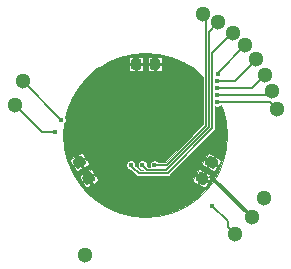
<source format=gbr>
G04 #@! TF.GenerationSoftware,KiCad,Pcbnew,5.0.2-bee76a0~70~ubuntu18.04.1*
G04 #@! TF.CreationDate,2019-07-03T17:26:22+02:00*
G04 #@! TF.ProjectId,lower_Sensor,6c6f7765-725f-4536-956e-736f722e6b69,rev?*
G04 #@! TF.SameCoordinates,Original*
G04 #@! TF.FileFunction,Copper,L1,Top*
G04 #@! TF.FilePolarity,Positive*
%FSLAX46Y46*%
G04 Gerber Fmt 4.6, Leading zero omitted, Abs format (unit mm)*
G04 Created by KiCad (PCBNEW 5.0.2-bee76a0~70~ubuntu18.04.1) date Mi 03 Jul 2019 17:26:22 CEST*
%MOMM*%
%LPD*%
G01*
G04 APERTURE LIST*
G04 #@! TA.AperFunction,Conductor*
%ADD10C,0.100000*%
G04 #@! TD*
G04 #@! TA.AperFunction,SMDPad,CuDef*
%ADD11C,0.875000*%
G04 #@! TD*
G04 #@! TA.AperFunction,ComponentPad*
%ADD12C,1.300000*%
G04 #@! TD*
G04 #@! TA.AperFunction,ViaPad*
%ADD13C,0.450000*%
G04 #@! TD*
G04 #@! TA.AperFunction,Conductor*
%ADD14C,0.130000*%
G04 #@! TD*
G04 #@! TA.AperFunction,Conductor*
%ADD15C,0.200000*%
G04 #@! TD*
G04 #@! TA.AperFunction,Conductor*
%ADD16C,0.300000*%
G04 #@! TD*
G04 APERTURE END LIST*
D10*
G04 #@! TO.N,GNDD*
G04 #@! TO.C,REF\002A\002A*
G36*
X104536949Y-81782155D02*
X104558275Y-81784609D01*
X104579259Y-81789141D01*
X104599697Y-81795708D01*
X104619393Y-81804246D01*
X104638157Y-81814674D01*
X104655809Y-81826891D01*
X104672178Y-81840779D01*
X104687107Y-81856205D01*
X104700452Y-81873020D01*
X104712085Y-81891062D01*
X104930835Y-82269948D01*
X104940643Y-82289043D01*
X104948533Y-82309008D01*
X104954428Y-82329650D01*
X104958271Y-82350770D01*
X104960025Y-82372166D01*
X104959674Y-82393630D01*
X104957220Y-82414956D01*
X104952688Y-82435940D01*
X104946121Y-82456378D01*
X104937583Y-82476074D01*
X104927155Y-82494838D01*
X104914938Y-82512490D01*
X104901050Y-82528859D01*
X104885624Y-82543788D01*
X104868809Y-82557133D01*
X104850767Y-82568766D01*
X104406929Y-82825016D01*
X104387834Y-82834824D01*
X104367869Y-82842714D01*
X104347227Y-82848609D01*
X104326107Y-82852452D01*
X104304711Y-82854206D01*
X104283247Y-82853855D01*
X104261921Y-82851401D01*
X104240937Y-82846869D01*
X104220499Y-82840302D01*
X104200803Y-82831764D01*
X104182039Y-82821336D01*
X104164387Y-82809119D01*
X104148018Y-82795231D01*
X104133089Y-82779805D01*
X104119744Y-82762990D01*
X104108111Y-82744948D01*
X103889361Y-82366062D01*
X103879553Y-82346967D01*
X103871663Y-82327002D01*
X103865768Y-82306360D01*
X103861925Y-82285240D01*
X103860171Y-82263844D01*
X103860522Y-82242380D01*
X103862976Y-82221054D01*
X103867508Y-82200070D01*
X103874075Y-82179632D01*
X103882613Y-82159936D01*
X103893041Y-82141172D01*
X103905258Y-82123520D01*
X103919146Y-82107151D01*
X103934572Y-82092222D01*
X103951387Y-82078877D01*
X103969429Y-82067244D01*
X104413267Y-81810994D01*
X104432362Y-81801186D01*
X104452327Y-81793296D01*
X104472969Y-81787401D01*
X104494089Y-81783558D01*
X104515485Y-81781804D01*
X104536949Y-81782155D01*
X104536949Y-81782155D01*
G37*
D11*
G04 #@! TD*
G04 #@! TO.P,REF\002A\002A,1*
G04 #@! TO.N,GNDD*
X104410098Y-82318005D03*
D10*
G04 #@! TO.N,GNDD*
G04 #@! TO.C,REF\002A\002A*
G36*
X105324449Y-83146145D02*
X105345775Y-83148599D01*
X105366759Y-83153131D01*
X105387197Y-83159698D01*
X105406893Y-83168236D01*
X105425657Y-83178664D01*
X105443309Y-83190881D01*
X105459678Y-83204769D01*
X105474607Y-83220195D01*
X105487952Y-83237010D01*
X105499585Y-83255052D01*
X105718335Y-83633938D01*
X105728143Y-83653033D01*
X105736033Y-83672998D01*
X105741928Y-83693640D01*
X105745771Y-83714760D01*
X105747525Y-83736156D01*
X105747174Y-83757620D01*
X105744720Y-83778946D01*
X105740188Y-83799930D01*
X105733621Y-83820368D01*
X105725083Y-83840064D01*
X105714655Y-83858828D01*
X105702438Y-83876480D01*
X105688550Y-83892849D01*
X105673124Y-83907778D01*
X105656309Y-83921123D01*
X105638267Y-83932756D01*
X105194429Y-84189006D01*
X105175334Y-84198814D01*
X105155369Y-84206704D01*
X105134727Y-84212599D01*
X105113607Y-84216442D01*
X105092211Y-84218196D01*
X105070747Y-84217845D01*
X105049421Y-84215391D01*
X105028437Y-84210859D01*
X105007999Y-84204292D01*
X104988303Y-84195754D01*
X104969539Y-84185326D01*
X104951887Y-84173109D01*
X104935518Y-84159221D01*
X104920589Y-84143795D01*
X104907244Y-84126980D01*
X104895611Y-84108938D01*
X104676861Y-83730052D01*
X104667053Y-83710957D01*
X104659163Y-83690992D01*
X104653268Y-83670350D01*
X104649425Y-83649230D01*
X104647671Y-83627834D01*
X104648022Y-83606370D01*
X104650476Y-83585044D01*
X104655008Y-83564060D01*
X104661575Y-83543622D01*
X104670113Y-83523926D01*
X104680541Y-83505162D01*
X104692758Y-83487510D01*
X104706646Y-83471141D01*
X104722072Y-83456212D01*
X104738887Y-83442867D01*
X104756929Y-83431234D01*
X105200767Y-83174984D01*
X105219862Y-83165176D01*
X105239827Y-83157286D01*
X105260469Y-83151391D01*
X105281589Y-83147548D01*
X105302985Y-83145794D01*
X105324449Y-83146145D01*
X105324449Y-83146145D01*
G37*
D11*
G04 #@! TD*
G04 #@! TO.P,REF\002A\002A,2*
G04 #@! TO.N,GNDD*
X105197598Y-83681995D03*
D10*
G04 #@! TO.N,GNDD*
G04 #@! TO.C,REF\002A\002A*
G36*
X114718411Y-83147548D02*
X114739531Y-83151391D01*
X114760173Y-83157286D01*
X114780138Y-83165176D01*
X114799233Y-83174984D01*
X115243071Y-83431234D01*
X115261113Y-83442867D01*
X115277928Y-83456212D01*
X115293354Y-83471141D01*
X115307242Y-83487510D01*
X115319459Y-83505162D01*
X115329887Y-83523926D01*
X115338425Y-83543622D01*
X115344992Y-83564060D01*
X115349524Y-83585044D01*
X115351978Y-83606370D01*
X115352329Y-83627834D01*
X115350575Y-83649230D01*
X115346732Y-83670350D01*
X115340837Y-83690992D01*
X115332947Y-83710957D01*
X115323139Y-83730052D01*
X115104389Y-84108938D01*
X115092756Y-84126980D01*
X115079411Y-84143795D01*
X115064482Y-84159221D01*
X115048113Y-84173109D01*
X115030461Y-84185326D01*
X115011697Y-84195754D01*
X114992001Y-84204292D01*
X114971563Y-84210859D01*
X114950579Y-84215391D01*
X114929253Y-84217845D01*
X114907789Y-84218196D01*
X114886393Y-84216442D01*
X114865273Y-84212599D01*
X114844631Y-84206704D01*
X114824666Y-84198814D01*
X114805571Y-84189006D01*
X114361733Y-83932756D01*
X114343691Y-83921123D01*
X114326876Y-83907778D01*
X114311450Y-83892849D01*
X114297562Y-83876480D01*
X114285345Y-83858828D01*
X114274917Y-83840064D01*
X114266379Y-83820368D01*
X114259812Y-83799930D01*
X114255280Y-83778946D01*
X114252826Y-83757620D01*
X114252475Y-83736156D01*
X114254229Y-83714760D01*
X114258072Y-83693640D01*
X114263967Y-83672998D01*
X114271857Y-83653033D01*
X114281665Y-83633938D01*
X114500415Y-83255052D01*
X114512048Y-83237010D01*
X114525393Y-83220195D01*
X114540322Y-83204769D01*
X114556691Y-83190881D01*
X114574343Y-83178664D01*
X114593107Y-83168236D01*
X114612803Y-83159698D01*
X114633241Y-83153131D01*
X114654225Y-83148599D01*
X114675551Y-83146145D01*
X114697015Y-83145794D01*
X114718411Y-83147548D01*
X114718411Y-83147548D01*
G37*
D11*
G04 #@! TD*
G04 #@! TO.P,REF\002A\002A,1*
G04 #@! TO.N,GNDD*
X114802402Y-83681995D03*
D10*
G04 #@! TO.N,GNDD*
G04 #@! TO.C,REF\002A\002A*
G36*
X115505911Y-81783558D02*
X115527031Y-81787401D01*
X115547673Y-81793296D01*
X115567638Y-81801186D01*
X115586733Y-81810994D01*
X116030571Y-82067244D01*
X116048613Y-82078877D01*
X116065428Y-82092222D01*
X116080854Y-82107151D01*
X116094742Y-82123520D01*
X116106959Y-82141172D01*
X116117387Y-82159936D01*
X116125925Y-82179632D01*
X116132492Y-82200070D01*
X116137024Y-82221054D01*
X116139478Y-82242380D01*
X116139829Y-82263844D01*
X116138075Y-82285240D01*
X116134232Y-82306360D01*
X116128337Y-82327002D01*
X116120447Y-82346967D01*
X116110639Y-82366062D01*
X115891889Y-82744948D01*
X115880256Y-82762990D01*
X115866911Y-82779805D01*
X115851982Y-82795231D01*
X115835613Y-82809119D01*
X115817961Y-82821336D01*
X115799197Y-82831764D01*
X115779501Y-82840302D01*
X115759063Y-82846869D01*
X115738079Y-82851401D01*
X115716753Y-82853855D01*
X115695289Y-82854206D01*
X115673893Y-82852452D01*
X115652773Y-82848609D01*
X115632131Y-82842714D01*
X115612166Y-82834824D01*
X115593071Y-82825016D01*
X115149233Y-82568766D01*
X115131191Y-82557133D01*
X115114376Y-82543788D01*
X115098950Y-82528859D01*
X115085062Y-82512490D01*
X115072845Y-82494838D01*
X115062417Y-82476074D01*
X115053879Y-82456378D01*
X115047312Y-82435940D01*
X115042780Y-82414956D01*
X115040326Y-82393630D01*
X115039975Y-82372166D01*
X115041729Y-82350770D01*
X115045572Y-82329650D01*
X115051467Y-82309008D01*
X115059357Y-82289043D01*
X115069165Y-82269948D01*
X115287915Y-81891062D01*
X115299548Y-81873020D01*
X115312893Y-81856205D01*
X115327822Y-81840779D01*
X115344191Y-81826891D01*
X115361843Y-81814674D01*
X115380607Y-81804246D01*
X115400303Y-81795708D01*
X115420741Y-81789141D01*
X115441725Y-81784609D01*
X115463051Y-81782155D01*
X115484515Y-81781804D01*
X115505911Y-81783558D01*
X115505911Y-81783558D01*
G37*
D11*
G04 #@! TD*
G04 #@! TO.P,REF\002A\002A,2*
G04 #@! TO.N,GNDD*
X115589902Y-82318005D03*
D10*
G04 #@! TO.N,GNDD*
G04 #@! TO.C,REF\002A\002A*
G36*
X111027691Y-73526053D02*
X111048926Y-73529203D01*
X111069750Y-73534419D01*
X111089962Y-73541651D01*
X111109368Y-73550830D01*
X111127781Y-73561866D01*
X111145024Y-73574654D01*
X111160930Y-73589070D01*
X111175346Y-73604976D01*
X111188134Y-73622219D01*
X111199170Y-73640632D01*
X111208349Y-73660038D01*
X111215581Y-73680250D01*
X111220797Y-73701074D01*
X111223947Y-73722309D01*
X111225000Y-73743750D01*
X111225000Y-74256250D01*
X111223947Y-74277691D01*
X111220797Y-74298926D01*
X111215581Y-74319750D01*
X111208349Y-74339962D01*
X111199170Y-74359368D01*
X111188134Y-74377781D01*
X111175346Y-74395024D01*
X111160930Y-74410930D01*
X111145024Y-74425346D01*
X111127781Y-74438134D01*
X111109368Y-74449170D01*
X111089962Y-74458349D01*
X111069750Y-74465581D01*
X111048926Y-74470797D01*
X111027691Y-74473947D01*
X111006250Y-74475000D01*
X110568750Y-74475000D01*
X110547309Y-74473947D01*
X110526074Y-74470797D01*
X110505250Y-74465581D01*
X110485038Y-74458349D01*
X110465632Y-74449170D01*
X110447219Y-74438134D01*
X110429976Y-74425346D01*
X110414070Y-74410930D01*
X110399654Y-74395024D01*
X110386866Y-74377781D01*
X110375830Y-74359368D01*
X110366651Y-74339962D01*
X110359419Y-74319750D01*
X110354203Y-74298926D01*
X110351053Y-74277691D01*
X110350000Y-74256250D01*
X110350000Y-73743750D01*
X110351053Y-73722309D01*
X110354203Y-73701074D01*
X110359419Y-73680250D01*
X110366651Y-73660038D01*
X110375830Y-73640632D01*
X110386866Y-73622219D01*
X110399654Y-73604976D01*
X110414070Y-73589070D01*
X110429976Y-73574654D01*
X110447219Y-73561866D01*
X110465632Y-73550830D01*
X110485038Y-73541651D01*
X110505250Y-73534419D01*
X110526074Y-73529203D01*
X110547309Y-73526053D01*
X110568750Y-73525000D01*
X111006250Y-73525000D01*
X111027691Y-73526053D01*
X111027691Y-73526053D01*
G37*
D11*
G04 #@! TD*
G04 #@! TO.P,REF\002A\002A,1*
G04 #@! TO.N,GNDD*
X110787500Y-74000000D03*
D10*
G04 #@! TO.N,GNDD*
G04 #@! TO.C,REF\002A\002A*
G36*
X109452691Y-73526053D02*
X109473926Y-73529203D01*
X109494750Y-73534419D01*
X109514962Y-73541651D01*
X109534368Y-73550830D01*
X109552781Y-73561866D01*
X109570024Y-73574654D01*
X109585930Y-73589070D01*
X109600346Y-73604976D01*
X109613134Y-73622219D01*
X109624170Y-73640632D01*
X109633349Y-73660038D01*
X109640581Y-73680250D01*
X109645797Y-73701074D01*
X109648947Y-73722309D01*
X109650000Y-73743750D01*
X109650000Y-74256250D01*
X109648947Y-74277691D01*
X109645797Y-74298926D01*
X109640581Y-74319750D01*
X109633349Y-74339962D01*
X109624170Y-74359368D01*
X109613134Y-74377781D01*
X109600346Y-74395024D01*
X109585930Y-74410930D01*
X109570024Y-74425346D01*
X109552781Y-74438134D01*
X109534368Y-74449170D01*
X109514962Y-74458349D01*
X109494750Y-74465581D01*
X109473926Y-74470797D01*
X109452691Y-74473947D01*
X109431250Y-74475000D01*
X108993750Y-74475000D01*
X108972309Y-74473947D01*
X108951074Y-74470797D01*
X108930250Y-74465581D01*
X108910038Y-74458349D01*
X108890632Y-74449170D01*
X108872219Y-74438134D01*
X108854976Y-74425346D01*
X108839070Y-74410930D01*
X108824654Y-74395024D01*
X108811866Y-74377781D01*
X108800830Y-74359368D01*
X108791651Y-74339962D01*
X108784419Y-74319750D01*
X108779203Y-74298926D01*
X108776053Y-74277691D01*
X108775000Y-74256250D01*
X108775000Y-73743750D01*
X108776053Y-73722309D01*
X108779203Y-73701074D01*
X108784419Y-73680250D01*
X108791651Y-73660038D01*
X108800830Y-73640632D01*
X108811866Y-73622219D01*
X108824654Y-73604976D01*
X108839070Y-73589070D01*
X108854976Y-73574654D01*
X108872219Y-73561866D01*
X108890632Y-73550830D01*
X108910038Y-73541651D01*
X108930250Y-73534419D01*
X108951074Y-73529203D01*
X108972309Y-73526053D01*
X108993750Y-73525000D01*
X109431250Y-73525000D01*
X109452691Y-73526053D01*
X109452691Y-73526053D01*
G37*
D11*
G04 #@! TD*
G04 #@! TO.P,REF\002A\002A,2*
G04 #@! TO.N,GNDD*
X109212500Y-74000000D03*
D12*
G04 #@! TO.P,J14,1*
G04 #@! TO.N,O2_ELEC1*
X99611180Y-75430380D03*
G04 #@! TD*
G04 #@! TO.P,J16,1*
G04 #@! TO.N,GNDD*
X117627400Y-88419940D03*
G04 #@! TD*
G04 #@! TO.P,J15,1*
G04 #@! TO.N,N/C*
X104863900Y-90159840D03*
G04 #@! TD*
G04 #@! TO.P,J13,1*
G04 #@! TO.N,ELEC1*
X98927920Y-77505560D03*
G04 #@! TD*
G04 #@! TO.P,J2,1*
G04 #@! TO.N,ISFET1_D3*
X120731280Y-76314300D03*
G04 #@! TD*
G04 #@! TO.P,J1,1*
G04 #@! TO.N,ISFET1_D2*
X121135140Y-77769720D03*
G04 #@! TD*
G04 #@! TO.P,J10,1*
G04 #@! TO.N,REFFET1_D2*
X114835940Y-69725540D03*
G04 #@! TD*
G04 #@! TO.P,J9,1*
G04 #@! TO.N,REFFET1_D3*
X116171980Y-70479920D03*
G04 #@! TD*
G04 #@! TO.P,J8,1*
G04 #@! TO.N,N/C*
X120078500Y-85303360D03*
G04 #@! TD*
G04 #@! TO.P,J7,1*
G04 #@! TO.N,REFFET1_D4*
X117378480Y-71368920D03*
G04 #@! TD*
G04 #@! TO.P,J5,1*
G04 #@! TO.N,N/C*
X118460520Y-72420480D03*
G04 #@! TD*
G04 #@! TO.P,J4,1*
G04 #@! TO.N,N/C*
X119400320Y-73606660D03*
G04 #@! TD*
G04 #@! TO.P,J3,1*
G04 #@! TO.N,ISFET1_D4*
X120162320Y-74937620D03*
G04 #@! TD*
G04 #@! TO.P,J6,1*
G04 #@! TO.N,GNDD*
X118988840Y-86984840D03*
G04 #@! TD*
D13*
G04 #@! TO.N,*
X115650000Y-85990000D03*
X116083482Y-75460889D03*
X116109996Y-74820000D03*
G04 #@! TO.N,REFFET1_D2*
X110770000Y-82530000D03*
G04 #@! TO.N,REFFET1_D3*
X109750022Y-82539990D03*
G04 #@! TO.N,REFFET1_D4*
X108750000Y-82539990D03*
G04 #@! TO.N,ISFET1_D4*
X116083482Y-76041746D03*
G04 #@! TO.N,ISFET1_D3*
X116080043Y-76624375D03*
G04 #@! TO.N,ISFET1_D2*
X116080044Y-77204393D03*
G04 #@! TO.N,ELEC1*
X102340000Y-79750008D03*
G04 #@! TO.N,O2_ELEC1*
X102850000Y-78730000D03*
G04 #@! TD*
D14*
G04 #@! TO.N,*
X116077243Y-75458320D02*
X116079812Y-75460889D01*
X116079812Y-75460889D02*
X116083482Y-75460889D01*
X117580000Y-75460000D02*
X119380000Y-73660000D01*
X116083482Y-75460889D02*
X116084371Y-75460000D01*
X116084371Y-75460000D02*
X117580000Y-75460000D01*
X118460520Y-72420480D02*
X116109996Y-74771004D01*
X116109996Y-74771004D02*
X116109996Y-74820000D01*
D15*
G04 #@! TO.N,GNDD*
X113500000Y-84292540D02*
X113500000Y-84250000D01*
D14*
X116977401Y-87769941D02*
X116977401Y-87297401D01*
X117627400Y-88419940D02*
X116977401Y-87769941D01*
X116977401Y-87297401D02*
X115660000Y-85980000D01*
D16*
X118988840Y-86984840D02*
X115584000Y-83580000D01*
D14*
G04 #@! TO.N,REFFET1_D2*
X115133798Y-70025938D02*
X114843560Y-69735700D01*
X115133798Y-75661500D02*
X115133798Y-70025938D01*
X115140012Y-77614148D02*
X115140012Y-76293190D01*
X115143450Y-76289752D02*
X115143450Y-75671152D01*
X115143450Y-75671152D02*
X115133798Y-75661500D01*
X115140012Y-76293190D02*
X115143450Y-76289752D01*
X115140012Y-77614148D02*
X115140012Y-79219988D01*
X115140012Y-79219988D02*
X111830000Y-82530000D01*
X111830000Y-82530000D02*
X110770000Y-82530000D01*
G04 #@! TO.N,REFFET1_D3*
X115400022Y-79327687D02*
X111777708Y-82950001D01*
X111777708Y-82950001D02*
X110160033Y-82950001D01*
X110160033Y-82950001D02*
X109975021Y-82764989D01*
X115403461Y-76397452D02*
X115400023Y-76400890D01*
X115400023Y-76400890D02*
X115400022Y-79327687D01*
X116171980Y-70479920D02*
X115403461Y-71248439D01*
X115403461Y-71248439D02*
X115403461Y-76397452D01*
X109975021Y-82764989D02*
X109750022Y-82539990D01*
G04 #@! TO.N,REFFET1_D4*
X108974999Y-82764989D02*
X108750000Y-82539990D01*
X115663472Y-76505152D02*
X115660034Y-76508590D01*
X115660034Y-76508590D02*
X115660034Y-79435384D01*
X111885407Y-83210011D02*
X109420021Y-83210011D01*
X115660034Y-79435384D02*
X111885407Y-83210011D01*
X109420021Y-83210011D02*
X108974999Y-82764989D01*
X115663472Y-73068688D02*
X115663472Y-76505152D01*
X117345460Y-71386700D02*
X115663472Y-73068688D01*
G04 #@! TO.N,ISFET1_D4*
X120157240Y-74945240D02*
X119060734Y-76041746D01*
X119060734Y-76041746D02*
X116401680Y-76041746D01*
X116401680Y-76041746D02*
X116083482Y-76041746D01*
G04 #@! TO.N,ISFET1_D3*
X116398241Y-76624375D02*
X116080043Y-76624375D01*
X120751600Y-76321920D02*
X120449145Y-76624375D01*
X120449145Y-76624375D02*
X116398241Y-76624375D01*
G04 #@! TO.N,ISFET1_D2*
X120559653Y-77204393D02*
X116398242Y-77204393D01*
X121145300Y-77790040D02*
X120559653Y-77204393D01*
X116398242Y-77204393D02*
X116080044Y-77204393D01*
G04 #@! TO.N,ELEC1*
X100365560Y-78917800D02*
X98948240Y-77500480D01*
X100360000Y-78900000D02*
X101210008Y-79750008D01*
X102021802Y-79750008D02*
X102340000Y-79750008D01*
X101210008Y-79750008D02*
X102021802Y-79750008D01*
G04 #@! TO.N,O2_ELEC1*
X102796340Y-78646020D02*
X99598480Y-75448160D01*
X99611180Y-75430380D02*
X99611180Y-75435460D01*
X102796340Y-78646020D02*
X102796340Y-78676340D01*
X102796340Y-78676340D02*
X102850000Y-78730000D01*
G04 #@! TD*
D10*
G04 #@! TO.N,GNDD*
G36*
X111087193Y-73135719D02*
X112147623Y-73390305D01*
X113155163Y-73807642D01*
X114085020Y-74377459D01*
X114888798Y-75063951D01*
X114888798Y-75637374D01*
X114883999Y-75661500D01*
X114895569Y-75719665D01*
X114898451Y-75734153D01*
X114898450Y-76251780D01*
X114890213Y-76293190D01*
X114895013Y-76317321D01*
X114895012Y-77590022D01*
X114895012Y-77590023D01*
X114895013Y-79118505D01*
X111728519Y-82285000D01*
X111097756Y-82285000D01*
X110999414Y-82186658D01*
X110850559Y-82125000D01*
X110689441Y-82125000D01*
X110540586Y-82186658D01*
X110426658Y-82300586D01*
X110365000Y-82449441D01*
X110365000Y-82610559D01*
X110404119Y-82705001D01*
X110261515Y-82705001D01*
X110165326Y-82608813D01*
X110165322Y-82608807D01*
X110155022Y-82598507D01*
X110155022Y-82459431D01*
X110093364Y-82310576D01*
X109979436Y-82196648D01*
X109830581Y-82134990D01*
X109669463Y-82134990D01*
X109520608Y-82196648D01*
X109406680Y-82310576D01*
X109345022Y-82459431D01*
X109345022Y-82620549D01*
X109406680Y-82769404D01*
X109520608Y-82883332D01*
X109669463Y-82944990D01*
X109808539Y-82944990D01*
X109818839Y-82955290D01*
X109818845Y-82955294D01*
X109828562Y-82965011D01*
X109521503Y-82965011D01*
X109165304Y-82608813D01*
X109165300Y-82608807D01*
X109155000Y-82598507D01*
X109155000Y-82459431D01*
X109093342Y-82310576D01*
X108979414Y-82196648D01*
X108830559Y-82134990D01*
X108669441Y-82134990D01*
X108520586Y-82196648D01*
X108406658Y-82310576D01*
X108345000Y-82459431D01*
X108345000Y-82620549D01*
X108406658Y-82769404D01*
X108520586Y-82883332D01*
X108669441Y-82944990D01*
X108808517Y-82944990D01*
X108818817Y-82955290D01*
X108818823Y-82955294D01*
X109229718Y-83366190D01*
X109243386Y-83386646D01*
X109324427Y-83440795D01*
X109395895Y-83455011D01*
X109395896Y-83455011D01*
X109420020Y-83459810D01*
X109444145Y-83455011D01*
X111861281Y-83455011D01*
X111885407Y-83459810D01*
X111909533Y-83455011D01*
X111981001Y-83440795D01*
X112062042Y-83386646D01*
X112075712Y-83366187D01*
X112191482Y-83250417D01*
X114329886Y-83250417D01*
X114343612Y-83301642D01*
X114765799Y-83545392D01*
X114990799Y-83155681D01*
X114977074Y-83104455D01*
X114710630Y-82950624D01*
X114658950Y-82920787D01*
X114599787Y-82912998D01*
X114542147Y-82928442D01*
X114494805Y-82964769D01*
X114329886Y-83250417D01*
X112191482Y-83250417D01*
X112597580Y-82844319D01*
X115401505Y-82844319D01*
X115415230Y-82895545D01*
X115681674Y-83049376D01*
X115733354Y-83079213D01*
X115792517Y-83087002D01*
X115850157Y-83071558D01*
X115897499Y-83035231D01*
X116062418Y-82749583D01*
X116048692Y-82698358D01*
X115626505Y-82454608D01*
X115401505Y-82844319D01*
X112597580Y-82844319D01*
X112972505Y-82469394D01*
X114807179Y-82469394D01*
X114822623Y-82527034D01*
X114858950Y-82574376D01*
X114910630Y-82604213D01*
X115177074Y-82758045D01*
X115228299Y-82744319D01*
X115453299Y-82354608D01*
X115326503Y-82281402D01*
X115726505Y-82281402D01*
X116148692Y-82525152D01*
X116199918Y-82511427D01*
X116364836Y-82225779D01*
X116372625Y-82166616D01*
X116357181Y-82108976D01*
X116320854Y-82061634D01*
X116269174Y-82031797D01*
X116002730Y-81877965D01*
X115951505Y-81891691D01*
X115726505Y-82281402D01*
X115326503Y-82281402D01*
X115031112Y-82110858D01*
X114979886Y-82124583D01*
X114814968Y-82410231D01*
X114807179Y-82469394D01*
X112972505Y-82469394D01*
X113555472Y-81886427D01*
X115117386Y-81886427D01*
X115131112Y-81937652D01*
X115553299Y-82181402D01*
X115778299Y-81791691D01*
X115764574Y-81740465D01*
X115498130Y-81586634D01*
X115446450Y-81556797D01*
X115387287Y-81549008D01*
X115329647Y-81564452D01*
X115282305Y-81600779D01*
X115117386Y-81886427D01*
X113555472Y-81886427D01*
X115816216Y-79625685D01*
X115836669Y-79612019D01*
X115890818Y-79530978D01*
X115905034Y-79459510D01*
X115909833Y-79435384D01*
X115905034Y-79411258D01*
X115905034Y-77570270D01*
X115999485Y-77609393D01*
X116160603Y-77609393D01*
X116309458Y-77547735D01*
X116407800Y-77449393D01*
X116442773Y-77449393D01*
X116609695Y-77852377D01*
X116864281Y-78912807D01*
X116949845Y-80000000D01*
X116864281Y-81087193D01*
X116609695Y-82147623D01*
X116192358Y-83155163D01*
X115622541Y-84085020D01*
X114914283Y-84914283D01*
X114085020Y-85622541D01*
X113155163Y-86192358D01*
X112147623Y-86609695D01*
X111087193Y-86864281D01*
X110000000Y-86949845D01*
X108912807Y-86864281D01*
X107852377Y-86609695D01*
X106844837Y-86192358D01*
X105914980Y-85622541D01*
X105085717Y-84914283D01*
X104401846Y-84113573D01*
X104725082Y-84113573D01*
X104890001Y-84399221D01*
X104937343Y-84435548D01*
X104994983Y-84450992D01*
X105054146Y-84443203D01*
X105105826Y-84413366D01*
X105372270Y-84259535D01*
X105385995Y-84208309D01*
X114614005Y-84208309D01*
X114627730Y-84259535D01*
X114894174Y-84413366D01*
X114945854Y-84443203D01*
X115005017Y-84450992D01*
X115062657Y-84435548D01*
X115109999Y-84399221D01*
X115274918Y-84113573D01*
X115261192Y-84062348D01*
X114839005Y-83818598D01*
X114614005Y-84208309D01*
X105385995Y-84208309D01*
X105160995Y-83818598D01*
X104738808Y-84062348D01*
X104725082Y-84113573D01*
X104401846Y-84113573D01*
X104377459Y-84085020D01*
X104037714Y-83530606D01*
X104414875Y-83530606D01*
X104422664Y-83589769D01*
X104587582Y-83875417D01*
X104638808Y-83889142D01*
X104934198Y-83718598D01*
X105334201Y-83718598D01*
X105559201Y-84108309D01*
X105610426Y-84122035D01*
X105876870Y-83968203D01*
X105928550Y-83938366D01*
X105964877Y-83891024D01*
X105980321Y-83833384D01*
X114019679Y-83833384D01*
X114035123Y-83891024D01*
X114071450Y-83938366D01*
X114123130Y-83968203D01*
X114389574Y-84122035D01*
X114440799Y-84108309D01*
X114665799Y-83718598D01*
X114539003Y-83645392D01*
X114939005Y-83645392D01*
X115361192Y-83889142D01*
X115412418Y-83875417D01*
X115577336Y-83589769D01*
X115585125Y-83530606D01*
X115569681Y-83472966D01*
X115533354Y-83425624D01*
X115481674Y-83395787D01*
X115215230Y-83241955D01*
X115164005Y-83255681D01*
X114939005Y-83645392D01*
X114539003Y-83645392D01*
X114243612Y-83474848D01*
X114192386Y-83488573D01*
X114027468Y-83774221D01*
X114019679Y-83833384D01*
X105980321Y-83833384D01*
X105972532Y-83774221D01*
X105807614Y-83488573D01*
X105756388Y-83474848D01*
X105334201Y-83718598D01*
X104934198Y-83718598D01*
X105060995Y-83645392D01*
X104835995Y-83255681D01*
X104784770Y-83241955D01*
X104518326Y-83395787D01*
X104466646Y-83425624D01*
X104430319Y-83472966D01*
X104414875Y-83530606D01*
X104037714Y-83530606D01*
X103807960Y-83155681D01*
X105009201Y-83155681D01*
X105234201Y-83545392D01*
X105656388Y-83301642D01*
X105670114Y-83250417D01*
X105505195Y-82964769D01*
X105457853Y-82928442D01*
X105400213Y-82912998D01*
X105341050Y-82920787D01*
X105289370Y-82950624D01*
X105022926Y-83104455D01*
X105009201Y-83155681D01*
X103807960Y-83155681D01*
X103807642Y-83155163D01*
X103639646Y-82749583D01*
X103937582Y-82749583D01*
X104102501Y-83035231D01*
X104149843Y-83071558D01*
X104207483Y-83087002D01*
X104266646Y-83079213D01*
X104318326Y-83049376D01*
X104584770Y-82895545D01*
X104598495Y-82844319D01*
X104373495Y-82454608D01*
X103951308Y-82698358D01*
X103937582Y-82749583D01*
X103639646Y-82749583D01*
X103398173Y-82166616D01*
X103627375Y-82166616D01*
X103635164Y-82225779D01*
X103800082Y-82511427D01*
X103851308Y-82525152D01*
X104146698Y-82354608D01*
X104546701Y-82354608D01*
X104771701Y-82744319D01*
X104822926Y-82758045D01*
X105089370Y-82604213D01*
X105141050Y-82574376D01*
X105177377Y-82527034D01*
X105192821Y-82469394D01*
X105185032Y-82410231D01*
X105020114Y-82124583D01*
X104968888Y-82110858D01*
X104546701Y-82354608D01*
X104146698Y-82354608D01*
X104273495Y-82281402D01*
X104048495Y-81891691D01*
X103997270Y-81877965D01*
X103730826Y-82031797D01*
X103679146Y-82061634D01*
X103642819Y-82108976D01*
X103627375Y-82166616D01*
X103398173Y-82166616D01*
X103390305Y-82147623D01*
X103304854Y-81791691D01*
X104221701Y-81791691D01*
X104446701Y-82181402D01*
X104868888Y-81937652D01*
X104882614Y-81886427D01*
X104717695Y-81600779D01*
X104670353Y-81564452D01*
X104612713Y-81549008D01*
X104553550Y-81556797D01*
X104501870Y-81586634D01*
X104235426Y-81740465D01*
X104221701Y-81791691D01*
X103304854Y-81791691D01*
X103135719Y-81087193D01*
X103050155Y-80000000D01*
X103126815Y-79025941D01*
X103193342Y-78959414D01*
X103255000Y-78810559D01*
X103255000Y-78649441D01*
X103219515Y-78563772D01*
X103390305Y-77852377D01*
X103807642Y-76844837D01*
X104377459Y-75914980D01*
X105085717Y-75085717D01*
X105914980Y-74377459D01*
X106306557Y-74137500D01*
X108625000Y-74137500D01*
X108625000Y-74504837D01*
X108647836Y-74559968D01*
X108690032Y-74602164D01*
X108745163Y-74625000D01*
X109075000Y-74625000D01*
X109112500Y-74587500D01*
X109112500Y-74100000D01*
X109312500Y-74100000D01*
X109312500Y-74587500D01*
X109350000Y-74625000D01*
X109679837Y-74625000D01*
X109734968Y-74602164D01*
X109777164Y-74559968D01*
X109800000Y-74504837D01*
X109800000Y-74137500D01*
X110200000Y-74137500D01*
X110200000Y-74504837D01*
X110222836Y-74559968D01*
X110265032Y-74602164D01*
X110320163Y-74625000D01*
X110650000Y-74625000D01*
X110687500Y-74587500D01*
X110687500Y-74100000D01*
X110887500Y-74100000D01*
X110887500Y-74587500D01*
X110925000Y-74625000D01*
X111254837Y-74625000D01*
X111309968Y-74602164D01*
X111352164Y-74559968D01*
X111375000Y-74504837D01*
X111375000Y-74137500D01*
X111337500Y-74100000D01*
X110887500Y-74100000D01*
X110687500Y-74100000D01*
X110237500Y-74100000D01*
X110200000Y-74137500D01*
X109800000Y-74137500D01*
X109762500Y-74100000D01*
X109312500Y-74100000D01*
X109112500Y-74100000D01*
X108662500Y-74100000D01*
X108625000Y-74137500D01*
X106306557Y-74137500D01*
X106844837Y-73807642D01*
X107599227Y-73495163D01*
X108625000Y-73495163D01*
X108625000Y-73862500D01*
X108662500Y-73900000D01*
X109112500Y-73900000D01*
X109112500Y-73412500D01*
X109312500Y-73412500D01*
X109312500Y-73900000D01*
X109762500Y-73900000D01*
X109800000Y-73862500D01*
X109800000Y-73495163D01*
X110200000Y-73495163D01*
X110200000Y-73862500D01*
X110237500Y-73900000D01*
X110687500Y-73900000D01*
X110687500Y-73412500D01*
X110887500Y-73412500D01*
X110887500Y-73900000D01*
X111337500Y-73900000D01*
X111375000Y-73862500D01*
X111375000Y-73495163D01*
X111352164Y-73440032D01*
X111309968Y-73397836D01*
X111254837Y-73375000D01*
X110925000Y-73375000D01*
X110887500Y-73412500D01*
X110687500Y-73412500D01*
X110650000Y-73375000D01*
X110320163Y-73375000D01*
X110265032Y-73397836D01*
X110222836Y-73440032D01*
X110200000Y-73495163D01*
X109800000Y-73495163D01*
X109777164Y-73440032D01*
X109734968Y-73397836D01*
X109679837Y-73375000D01*
X109350000Y-73375000D01*
X109312500Y-73412500D01*
X109112500Y-73412500D01*
X109075000Y-73375000D01*
X108745163Y-73375000D01*
X108690032Y-73397836D01*
X108647836Y-73440032D01*
X108625000Y-73495163D01*
X107599227Y-73495163D01*
X107852377Y-73390305D01*
X108912807Y-73135719D01*
X110000000Y-73050155D01*
X111087193Y-73135719D01*
X111087193Y-73135719D01*
G37*
X111087193Y-73135719D02*
X112147623Y-73390305D01*
X113155163Y-73807642D01*
X114085020Y-74377459D01*
X114888798Y-75063951D01*
X114888798Y-75637374D01*
X114883999Y-75661500D01*
X114895569Y-75719665D01*
X114898451Y-75734153D01*
X114898450Y-76251780D01*
X114890213Y-76293190D01*
X114895013Y-76317321D01*
X114895012Y-77590022D01*
X114895012Y-77590023D01*
X114895013Y-79118505D01*
X111728519Y-82285000D01*
X111097756Y-82285000D01*
X110999414Y-82186658D01*
X110850559Y-82125000D01*
X110689441Y-82125000D01*
X110540586Y-82186658D01*
X110426658Y-82300586D01*
X110365000Y-82449441D01*
X110365000Y-82610559D01*
X110404119Y-82705001D01*
X110261515Y-82705001D01*
X110165326Y-82608813D01*
X110165322Y-82608807D01*
X110155022Y-82598507D01*
X110155022Y-82459431D01*
X110093364Y-82310576D01*
X109979436Y-82196648D01*
X109830581Y-82134990D01*
X109669463Y-82134990D01*
X109520608Y-82196648D01*
X109406680Y-82310576D01*
X109345022Y-82459431D01*
X109345022Y-82620549D01*
X109406680Y-82769404D01*
X109520608Y-82883332D01*
X109669463Y-82944990D01*
X109808539Y-82944990D01*
X109818839Y-82955290D01*
X109818845Y-82955294D01*
X109828562Y-82965011D01*
X109521503Y-82965011D01*
X109165304Y-82608813D01*
X109165300Y-82608807D01*
X109155000Y-82598507D01*
X109155000Y-82459431D01*
X109093342Y-82310576D01*
X108979414Y-82196648D01*
X108830559Y-82134990D01*
X108669441Y-82134990D01*
X108520586Y-82196648D01*
X108406658Y-82310576D01*
X108345000Y-82459431D01*
X108345000Y-82620549D01*
X108406658Y-82769404D01*
X108520586Y-82883332D01*
X108669441Y-82944990D01*
X108808517Y-82944990D01*
X108818817Y-82955290D01*
X108818823Y-82955294D01*
X109229718Y-83366190D01*
X109243386Y-83386646D01*
X109324427Y-83440795D01*
X109395895Y-83455011D01*
X109395896Y-83455011D01*
X109420020Y-83459810D01*
X109444145Y-83455011D01*
X111861281Y-83455011D01*
X111885407Y-83459810D01*
X111909533Y-83455011D01*
X111981001Y-83440795D01*
X112062042Y-83386646D01*
X112075712Y-83366187D01*
X112191482Y-83250417D01*
X114329886Y-83250417D01*
X114343612Y-83301642D01*
X114765799Y-83545392D01*
X114990799Y-83155681D01*
X114977074Y-83104455D01*
X114710630Y-82950624D01*
X114658950Y-82920787D01*
X114599787Y-82912998D01*
X114542147Y-82928442D01*
X114494805Y-82964769D01*
X114329886Y-83250417D01*
X112191482Y-83250417D01*
X112597580Y-82844319D01*
X115401505Y-82844319D01*
X115415230Y-82895545D01*
X115681674Y-83049376D01*
X115733354Y-83079213D01*
X115792517Y-83087002D01*
X115850157Y-83071558D01*
X115897499Y-83035231D01*
X116062418Y-82749583D01*
X116048692Y-82698358D01*
X115626505Y-82454608D01*
X115401505Y-82844319D01*
X112597580Y-82844319D01*
X112972505Y-82469394D01*
X114807179Y-82469394D01*
X114822623Y-82527034D01*
X114858950Y-82574376D01*
X114910630Y-82604213D01*
X115177074Y-82758045D01*
X115228299Y-82744319D01*
X115453299Y-82354608D01*
X115326503Y-82281402D01*
X115726505Y-82281402D01*
X116148692Y-82525152D01*
X116199918Y-82511427D01*
X116364836Y-82225779D01*
X116372625Y-82166616D01*
X116357181Y-82108976D01*
X116320854Y-82061634D01*
X116269174Y-82031797D01*
X116002730Y-81877965D01*
X115951505Y-81891691D01*
X115726505Y-82281402D01*
X115326503Y-82281402D01*
X115031112Y-82110858D01*
X114979886Y-82124583D01*
X114814968Y-82410231D01*
X114807179Y-82469394D01*
X112972505Y-82469394D01*
X113555472Y-81886427D01*
X115117386Y-81886427D01*
X115131112Y-81937652D01*
X115553299Y-82181402D01*
X115778299Y-81791691D01*
X115764574Y-81740465D01*
X115498130Y-81586634D01*
X115446450Y-81556797D01*
X115387287Y-81549008D01*
X115329647Y-81564452D01*
X115282305Y-81600779D01*
X115117386Y-81886427D01*
X113555472Y-81886427D01*
X115816216Y-79625685D01*
X115836669Y-79612019D01*
X115890818Y-79530978D01*
X115905034Y-79459510D01*
X115909833Y-79435384D01*
X115905034Y-79411258D01*
X115905034Y-77570270D01*
X115999485Y-77609393D01*
X116160603Y-77609393D01*
X116309458Y-77547735D01*
X116407800Y-77449393D01*
X116442773Y-77449393D01*
X116609695Y-77852377D01*
X116864281Y-78912807D01*
X116949845Y-80000000D01*
X116864281Y-81087193D01*
X116609695Y-82147623D01*
X116192358Y-83155163D01*
X115622541Y-84085020D01*
X114914283Y-84914283D01*
X114085020Y-85622541D01*
X113155163Y-86192358D01*
X112147623Y-86609695D01*
X111087193Y-86864281D01*
X110000000Y-86949845D01*
X108912807Y-86864281D01*
X107852377Y-86609695D01*
X106844837Y-86192358D01*
X105914980Y-85622541D01*
X105085717Y-84914283D01*
X104401846Y-84113573D01*
X104725082Y-84113573D01*
X104890001Y-84399221D01*
X104937343Y-84435548D01*
X104994983Y-84450992D01*
X105054146Y-84443203D01*
X105105826Y-84413366D01*
X105372270Y-84259535D01*
X105385995Y-84208309D01*
X114614005Y-84208309D01*
X114627730Y-84259535D01*
X114894174Y-84413366D01*
X114945854Y-84443203D01*
X115005017Y-84450992D01*
X115062657Y-84435548D01*
X115109999Y-84399221D01*
X115274918Y-84113573D01*
X115261192Y-84062348D01*
X114839005Y-83818598D01*
X114614005Y-84208309D01*
X105385995Y-84208309D01*
X105160995Y-83818598D01*
X104738808Y-84062348D01*
X104725082Y-84113573D01*
X104401846Y-84113573D01*
X104377459Y-84085020D01*
X104037714Y-83530606D01*
X104414875Y-83530606D01*
X104422664Y-83589769D01*
X104587582Y-83875417D01*
X104638808Y-83889142D01*
X104934198Y-83718598D01*
X105334201Y-83718598D01*
X105559201Y-84108309D01*
X105610426Y-84122035D01*
X105876870Y-83968203D01*
X105928550Y-83938366D01*
X105964877Y-83891024D01*
X105980321Y-83833384D01*
X114019679Y-83833384D01*
X114035123Y-83891024D01*
X114071450Y-83938366D01*
X114123130Y-83968203D01*
X114389574Y-84122035D01*
X114440799Y-84108309D01*
X114665799Y-83718598D01*
X114539003Y-83645392D01*
X114939005Y-83645392D01*
X115361192Y-83889142D01*
X115412418Y-83875417D01*
X115577336Y-83589769D01*
X115585125Y-83530606D01*
X115569681Y-83472966D01*
X115533354Y-83425624D01*
X115481674Y-83395787D01*
X115215230Y-83241955D01*
X115164005Y-83255681D01*
X114939005Y-83645392D01*
X114539003Y-83645392D01*
X114243612Y-83474848D01*
X114192386Y-83488573D01*
X114027468Y-83774221D01*
X114019679Y-83833384D01*
X105980321Y-83833384D01*
X105972532Y-83774221D01*
X105807614Y-83488573D01*
X105756388Y-83474848D01*
X105334201Y-83718598D01*
X104934198Y-83718598D01*
X105060995Y-83645392D01*
X104835995Y-83255681D01*
X104784770Y-83241955D01*
X104518326Y-83395787D01*
X104466646Y-83425624D01*
X104430319Y-83472966D01*
X104414875Y-83530606D01*
X104037714Y-83530606D01*
X103807960Y-83155681D01*
X105009201Y-83155681D01*
X105234201Y-83545392D01*
X105656388Y-83301642D01*
X105670114Y-83250417D01*
X105505195Y-82964769D01*
X105457853Y-82928442D01*
X105400213Y-82912998D01*
X105341050Y-82920787D01*
X105289370Y-82950624D01*
X105022926Y-83104455D01*
X105009201Y-83155681D01*
X103807960Y-83155681D01*
X103807642Y-83155163D01*
X103639646Y-82749583D01*
X103937582Y-82749583D01*
X104102501Y-83035231D01*
X104149843Y-83071558D01*
X104207483Y-83087002D01*
X104266646Y-83079213D01*
X104318326Y-83049376D01*
X104584770Y-82895545D01*
X104598495Y-82844319D01*
X104373495Y-82454608D01*
X103951308Y-82698358D01*
X103937582Y-82749583D01*
X103639646Y-82749583D01*
X103398173Y-82166616D01*
X103627375Y-82166616D01*
X103635164Y-82225779D01*
X103800082Y-82511427D01*
X103851308Y-82525152D01*
X104146698Y-82354608D01*
X104546701Y-82354608D01*
X104771701Y-82744319D01*
X104822926Y-82758045D01*
X105089370Y-82604213D01*
X105141050Y-82574376D01*
X105177377Y-82527034D01*
X105192821Y-82469394D01*
X105185032Y-82410231D01*
X105020114Y-82124583D01*
X104968888Y-82110858D01*
X104546701Y-82354608D01*
X104146698Y-82354608D01*
X104273495Y-82281402D01*
X104048495Y-81891691D01*
X103997270Y-81877965D01*
X103730826Y-82031797D01*
X103679146Y-82061634D01*
X103642819Y-82108976D01*
X103627375Y-82166616D01*
X103398173Y-82166616D01*
X103390305Y-82147623D01*
X103304854Y-81791691D01*
X104221701Y-81791691D01*
X104446701Y-82181402D01*
X104868888Y-81937652D01*
X104882614Y-81886427D01*
X104717695Y-81600779D01*
X104670353Y-81564452D01*
X104612713Y-81549008D01*
X104553550Y-81556797D01*
X104501870Y-81586634D01*
X104235426Y-81740465D01*
X104221701Y-81791691D01*
X103304854Y-81791691D01*
X103135719Y-81087193D01*
X103050155Y-80000000D01*
X103126815Y-79025941D01*
X103193342Y-78959414D01*
X103255000Y-78810559D01*
X103255000Y-78649441D01*
X103219515Y-78563772D01*
X103390305Y-77852377D01*
X103807642Y-76844837D01*
X104377459Y-75914980D01*
X105085717Y-75085717D01*
X105914980Y-74377459D01*
X106306557Y-74137500D01*
X108625000Y-74137500D01*
X108625000Y-74504837D01*
X108647836Y-74559968D01*
X108690032Y-74602164D01*
X108745163Y-74625000D01*
X109075000Y-74625000D01*
X109112500Y-74587500D01*
X109112500Y-74100000D01*
X109312500Y-74100000D01*
X109312500Y-74587500D01*
X109350000Y-74625000D01*
X109679837Y-74625000D01*
X109734968Y-74602164D01*
X109777164Y-74559968D01*
X109800000Y-74504837D01*
X109800000Y-74137500D01*
X110200000Y-74137500D01*
X110200000Y-74504837D01*
X110222836Y-74559968D01*
X110265032Y-74602164D01*
X110320163Y-74625000D01*
X110650000Y-74625000D01*
X110687500Y-74587500D01*
X110687500Y-74100000D01*
X110887500Y-74100000D01*
X110887500Y-74587500D01*
X110925000Y-74625000D01*
X111254837Y-74625000D01*
X111309968Y-74602164D01*
X111352164Y-74559968D01*
X111375000Y-74504837D01*
X111375000Y-74137500D01*
X111337500Y-74100000D01*
X110887500Y-74100000D01*
X110687500Y-74100000D01*
X110237500Y-74100000D01*
X110200000Y-74137500D01*
X109800000Y-74137500D01*
X109762500Y-74100000D01*
X109312500Y-74100000D01*
X109112500Y-74100000D01*
X108662500Y-74100000D01*
X108625000Y-74137500D01*
X106306557Y-74137500D01*
X106844837Y-73807642D01*
X107599227Y-73495163D01*
X108625000Y-73495163D01*
X108625000Y-73862500D01*
X108662500Y-73900000D01*
X109112500Y-73900000D01*
X109112500Y-73412500D01*
X109312500Y-73412500D01*
X109312500Y-73900000D01*
X109762500Y-73900000D01*
X109800000Y-73862500D01*
X109800000Y-73495163D01*
X110200000Y-73495163D01*
X110200000Y-73862500D01*
X110237500Y-73900000D01*
X110687500Y-73900000D01*
X110687500Y-73412500D01*
X110887500Y-73412500D01*
X110887500Y-73900000D01*
X111337500Y-73900000D01*
X111375000Y-73862500D01*
X111375000Y-73495163D01*
X111352164Y-73440032D01*
X111309968Y-73397836D01*
X111254837Y-73375000D01*
X110925000Y-73375000D01*
X110887500Y-73412500D01*
X110687500Y-73412500D01*
X110650000Y-73375000D01*
X110320163Y-73375000D01*
X110265032Y-73397836D01*
X110222836Y-73440032D01*
X110200000Y-73495163D01*
X109800000Y-73495163D01*
X109777164Y-73440032D01*
X109734968Y-73397836D01*
X109679837Y-73375000D01*
X109350000Y-73375000D01*
X109312500Y-73412500D01*
X109112500Y-73412500D01*
X109075000Y-73375000D01*
X108745163Y-73375000D01*
X108690032Y-73397836D01*
X108647836Y-73440032D01*
X108625000Y-73495163D01*
X107599227Y-73495163D01*
X107852377Y-73390305D01*
X108912807Y-73135719D01*
X110000000Y-73050155D01*
X111087193Y-73135719D01*
G04 #@! TD*
M02*

</source>
